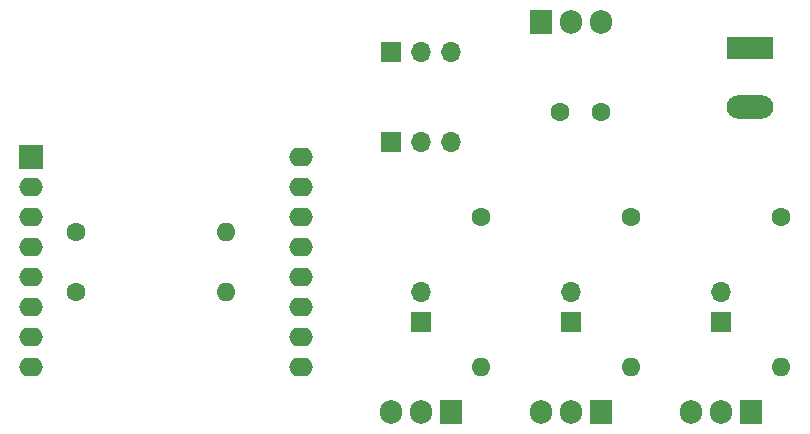
<source format=gbr>
%TF.GenerationSoftware,KiCad,Pcbnew,(6.0.5)*%
%TF.CreationDate,2022-06-05T14:33:10+07:00*%
%TF.ProjectId,timer,74696d65-722e-46b6-9963-61645f706362,rev?*%
%TF.SameCoordinates,Original*%
%TF.FileFunction,Soldermask,Top*%
%TF.FilePolarity,Negative*%
%FSLAX46Y46*%
G04 Gerber Fmt 4.6, Leading zero omitted, Abs format (unit mm)*
G04 Created by KiCad (PCBNEW (6.0.5)) date 2022-06-05 14:33:10*
%MOMM*%
%LPD*%
G01*
G04 APERTURE LIST*
%ADD10C,1.600000*%
%ADD11O,1.600000X1.600000*%
%ADD12R,3.960000X1.980000*%
%ADD13O,3.960000X1.980000*%
%ADD14R,1.905000X2.000000*%
%ADD15O,1.905000X2.000000*%
%ADD16R,1.700000X1.700000*%
%ADD17O,1.700000X1.700000*%
%ADD18R,2.000000X2.000000*%
%ADD19O,2.000000X1.600000*%
G04 APERTURE END LIST*
D10*
%TO.C,R5*%
X97790000Y-109220000D03*
D11*
X110490000Y-109220000D03*
%TD*%
D12*
%TO.C,Input1*%
X154870000Y-88580000D03*
D13*
X154870000Y-93580000D03*
%TD*%
D14*
%TO.C,Q1*%
X154940000Y-119380000D03*
D15*
X152400000Y-119380000D03*
X149860000Y-119380000D03*
%TD*%
D14*
%TO.C,Q2*%
X129540000Y-119380000D03*
D15*
X127000000Y-119380000D03*
X124460000Y-119380000D03*
%TD*%
D16*
%TO.C,LA3*%
X139650000Y-111760000D03*
D17*
X139650000Y-109220000D03*
%TD*%
D18*
%TO.C,U2*%
X93980000Y-97790000D03*
D19*
X93980000Y-100330000D03*
X93980000Y-102870000D03*
X93980000Y-105410000D03*
X93980000Y-107950000D03*
X93980000Y-110490000D03*
X93980000Y-113030000D03*
X93980000Y-115570000D03*
X116840000Y-115570000D03*
X116840000Y-113030000D03*
X116840000Y-110490000D03*
X116840000Y-107950000D03*
X116840000Y-105410000D03*
X116840000Y-102870000D03*
X116840000Y-100330000D03*
X116840000Y-97790000D03*
%TD*%
D16*
%TO.C,J1*%
X124460000Y-88900000D03*
D17*
X127000000Y-88900000D03*
X129540000Y-88900000D03*
%TD*%
D16*
%TO.C,LA2*%
X127000000Y-111760000D03*
D17*
X127000000Y-109220000D03*
%TD*%
D10*
%TO.C,C1*%
X142240000Y-93980000D03*
X138740000Y-93980000D03*
%TD*%
%TO.C,R3*%
X144780000Y-102870000D03*
D11*
X144780000Y-115570000D03*
%TD*%
D10*
%TO.C,R4*%
X97790000Y-104140000D03*
D11*
X110490000Y-104140000D03*
%TD*%
D14*
%TO.C,U1*%
X137160000Y-86360000D03*
D15*
X139700000Y-86360000D03*
X142240000Y-86360000D03*
%TD*%
D16*
%TO.C,J2*%
X124460000Y-96520000D03*
D17*
X127000000Y-96520000D03*
X129540000Y-96520000D03*
%TD*%
D14*
%TO.C,Q3*%
X142240000Y-119380000D03*
D15*
X139700000Y-119380000D03*
X137160000Y-119380000D03*
%TD*%
D10*
%TO.C,R1*%
X157480000Y-102870000D03*
D11*
X157480000Y-115570000D03*
%TD*%
D16*
%TO.C,LA1*%
X152400000Y-111760000D03*
D17*
X152400000Y-109220000D03*
%TD*%
D10*
%TO.C,R2*%
X132080000Y-102870000D03*
D11*
X132080000Y-115570000D03*
%TD*%
M02*

</source>
